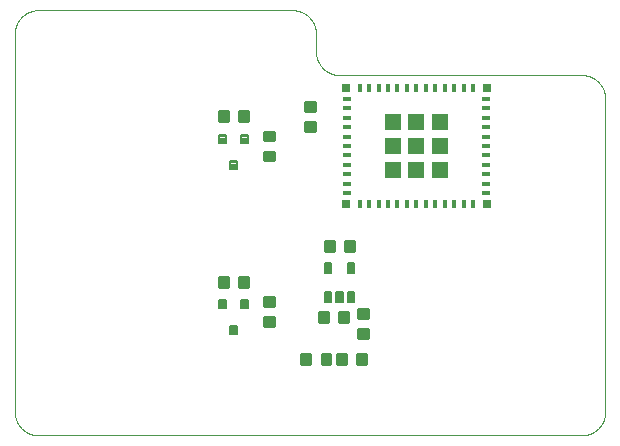
<source format=gtp>
G75*
%MOIN*%
%OFA0B0*%
%FSLAX25Y25*%
%IPPOS*%
%LPD*%
%AMOC8*
5,1,8,0,0,1.08239X$1,22.5*
%
%ADD10C,0.00000*%
%ADD11C,0.00984*%
%ADD12C,0.00787*%
%ADD13R,0.02756X0.02756*%
%ADD14R,0.01575X0.03150*%
%ADD15R,0.03150X0.01575*%
%ADD16R,0.05709X0.05709*%
%ADD17C,0.00689*%
D10*
X0072397Y0058146D02*
X0253499Y0058146D01*
X0253689Y0058148D01*
X0253879Y0058155D01*
X0254069Y0058167D01*
X0254259Y0058183D01*
X0254448Y0058203D01*
X0254637Y0058229D01*
X0254825Y0058258D01*
X0255012Y0058293D01*
X0255198Y0058332D01*
X0255383Y0058375D01*
X0255568Y0058423D01*
X0255751Y0058475D01*
X0255932Y0058531D01*
X0256112Y0058592D01*
X0256291Y0058658D01*
X0256468Y0058727D01*
X0256644Y0058801D01*
X0256817Y0058879D01*
X0256989Y0058962D01*
X0257158Y0059048D01*
X0257326Y0059138D01*
X0257491Y0059233D01*
X0257654Y0059331D01*
X0257814Y0059434D01*
X0257972Y0059540D01*
X0258127Y0059650D01*
X0258280Y0059763D01*
X0258430Y0059881D01*
X0258576Y0060002D01*
X0258720Y0060126D01*
X0258861Y0060254D01*
X0258999Y0060385D01*
X0259134Y0060520D01*
X0259265Y0060658D01*
X0259393Y0060799D01*
X0259517Y0060943D01*
X0259638Y0061089D01*
X0259756Y0061239D01*
X0259869Y0061392D01*
X0259979Y0061547D01*
X0260085Y0061705D01*
X0260188Y0061865D01*
X0260286Y0062028D01*
X0260381Y0062193D01*
X0260471Y0062361D01*
X0260557Y0062530D01*
X0260640Y0062702D01*
X0260718Y0062875D01*
X0260792Y0063051D01*
X0260861Y0063228D01*
X0260927Y0063407D01*
X0260988Y0063587D01*
X0261044Y0063768D01*
X0261096Y0063951D01*
X0261144Y0064136D01*
X0261187Y0064321D01*
X0261226Y0064507D01*
X0261261Y0064694D01*
X0261290Y0064882D01*
X0261316Y0065071D01*
X0261336Y0065260D01*
X0261352Y0065450D01*
X0261364Y0065640D01*
X0261371Y0065830D01*
X0261373Y0066020D01*
X0261373Y0170350D01*
X0261371Y0170540D01*
X0261364Y0170730D01*
X0261352Y0170920D01*
X0261336Y0171110D01*
X0261316Y0171299D01*
X0261290Y0171488D01*
X0261261Y0171676D01*
X0261226Y0171863D01*
X0261187Y0172049D01*
X0261144Y0172234D01*
X0261096Y0172419D01*
X0261044Y0172602D01*
X0260988Y0172783D01*
X0260927Y0172963D01*
X0260861Y0173142D01*
X0260792Y0173319D01*
X0260718Y0173495D01*
X0260640Y0173668D01*
X0260557Y0173840D01*
X0260471Y0174009D01*
X0260381Y0174177D01*
X0260286Y0174342D01*
X0260188Y0174505D01*
X0260085Y0174665D01*
X0259979Y0174823D01*
X0259869Y0174978D01*
X0259756Y0175131D01*
X0259638Y0175281D01*
X0259517Y0175427D01*
X0259393Y0175571D01*
X0259265Y0175712D01*
X0259134Y0175850D01*
X0258999Y0175985D01*
X0258861Y0176116D01*
X0258720Y0176244D01*
X0258576Y0176368D01*
X0258430Y0176489D01*
X0258280Y0176607D01*
X0258127Y0176720D01*
X0257972Y0176830D01*
X0257814Y0176936D01*
X0257654Y0177039D01*
X0257491Y0177137D01*
X0257326Y0177232D01*
X0257158Y0177322D01*
X0256989Y0177408D01*
X0256817Y0177491D01*
X0256644Y0177569D01*
X0256468Y0177643D01*
X0256291Y0177712D01*
X0256112Y0177778D01*
X0255932Y0177839D01*
X0255751Y0177895D01*
X0255568Y0177947D01*
X0255383Y0177995D01*
X0255198Y0178038D01*
X0255012Y0178077D01*
X0254825Y0178112D01*
X0254637Y0178141D01*
X0254448Y0178167D01*
X0254259Y0178187D01*
X0254069Y0178203D01*
X0253879Y0178215D01*
X0253689Y0178222D01*
X0253499Y0178224D01*
X0172791Y0178224D01*
X0172601Y0178226D01*
X0172411Y0178233D01*
X0172221Y0178245D01*
X0172031Y0178261D01*
X0171842Y0178281D01*
X0171653Y0178307D01*
X0171465Y0178336D01*
X0171278Y0178371D01*
X0171092Y0178410D01*
X0170907Y0178453D01*
X0170722Y0178501D01*
X0170539Y0178553D01*
X0170358Y0178609D01*
X0170178Y0178670D01*
X0169999Y0178736D01*
X0169822Y0178805D01*
X0169646Y0178879D01*
X0169473Y0178957D01*
X0169301Y0179040D01*
X0169132Y0179126D01*
X0168964Y0179216D01*
X0168799Y0179311D01*
X0168636Y0179409D01*
X0168476Y0179512D01*
X0168318Y0179618D01*
X0168163Y0179728D01*
X0168010Y0179841D01*
X0167860Y0179959D01*
X0167714Y0180080D01*
X0167570Y0180204D01*
X0167429Y0180332D01*
X0167291Y0180463D01*
X0167156Y0180598D01*
X0167025Y0180736D01*
X0166897Y0180877D01*
X0166773Y0181021D01*
X0166652Y0181167D01*
X0166534Y0181317D01*
X0166421Y0181470D01*
X0166311Y0181625D01*
X0166205Y0181783D01*
X0166102Y0181943D01*
X0166004Y0182106D01*
X0165909Y0182271D01*
X0165819Y0182439D01*
X0165733Y0182608D01*
X0165650Y0182780D01*
X0165572Y0182953D01*
X0165498Y0183129D01*
X0165429Y0183306D01*
X0165363Y0183485D01*
X0165302Y0183665D01*
X0165246Y0183846D01*
X0165194Y0184029D01*
X0165146Y0184214D01*
X0165103Y0184399D01*
X0165064Y0184585D01*
X0165029Y0184772D01*
X0165000Y0184960D01*
X0164974Y0185149D01*
X0164954Y0185338D01*
X0164938Y0185528D01*
X0164926Y0185718D01*
X0164919Y0185908D01*
X0164917Y0186098D01*
X0164917Y0192004D01*
X0164915Y0192194D01*
X0164908Y0192384D01*
X0164896Y0192574D01*
X0164880Y0192764D01*
X0164860Y0192953D01*
X0164834Y0193142D01*
X0164805Y0193330D01*
X0164770Y0193517D01*
X0164731Y0193703D01*
X0164688Y0193888D01*
X0164640Y0194073D01*
X0164588Y0194256D01*
X0164532Y0194437D01*
X0164471Y0194617D01*
X0164405Y0194796D01*
X0164336Y0194973D01*
X0164262Y0195149D01*
X0164184Y0195322D01*
X0164101Y0195494D01*
X0164015Y0195663D01*
X0163925Y0195831D01*
X0163830Y0195996D01*
X0163732Y0196159D01*
X0163629Y0196319D01*
X0163523Y0196477D01*
X0163413Y0196632D01*
X0163300Y0196785D01*
X0163182Y0196935D01*
X0163061Y0197081D01*
X0162937Y0197225D01*
X0162809Y0197366D01*
X0162678Y0197504D01*
X0162543Y0197639D01*
X0162405Y0197770D01*
X0162264Y0197898D01*
X0162120Y0198022D01*
X0161974Y0198143D01*
X0161824Y0198261D01*
X0161671Y0198374D01*
X0161516Y0198484D01*
X0161358Y0198590D01*
X0161198Y0198693D01*
X0161035Y0198791D01*
X0160870Y0198886D01*
X0160702Y0198976D01*
X0160533Y0199062D01*
X0160361Y0199145D01*
X0160188Y0199223D01*
X0160012Y0199297D01*
X0159835Y0199366D01*
X0159656Y0199432D01*
X0159476Y0199493D01*
X0159295Y0199549D01*
X0159112Y0199601D01*
X0158927Y0199649D01*
X0158742Y0199692D01*
X0158556Y0199731D01*
X0158369Y0199766D01*
X0158181Y0199795D01*
X0157992Y0199821D01*
X0157803Y0199841D01*
X0157613Y0199857D01*
X0157423Y0199869D01*
X0157233Y0199876D01*
X0157043Y0199878D01*
X0072397Y0199878D01*
X0072207Y0199876D01*
X0072017Y0199869D01*
X0071827Y0199857D01*
X0071637Y0199841D01*
X0071448Y0199821D01*
X0071259Y0199795D01*
X0071071Y0199766D01*
X0070884Y0199731D01*
X0070698Y0199692D01*
X0070513Y0199649D01*
X0070328Y0199601D01*
X0070145Y0199549D01*
X0069964Y0199493D01*
X0069784Y0199432D01*
X0069605Y0199366D01*
X0069428Y0199297D01*
X0069252Y0199223D01*
X0069079Y0199145D01*
X0068907Y0199062D01*
X0068738Y0198976D01*
X0068570Y0198886D01*
X0068405Y0198791D01*
X0068242Y0198693D01*
X0068082Y0198590D01*
X0067924Y0198484D01*
X0067769Y0198374D01*
X0067616Y0198261D01*
X0067466Y0198143D01*
X0067320Y0198022D01*
X0067176Y0197898D01*
X0067035Y0197770D01*
X0066897Y0197639D01*
X0066762Y0197504D01*
X0066631Y0197366D01*
X0066503Y0197225D01*
X0066379Y0197081D01*
X0066258Y0196935D01*
X0066140Y0196785D01*
X0066027Y0196632D01*
X0065917Y0196477D01*
X0065811Y0196319D01*
X0065708Y0196159D01*
X0065610Y0195996D01*
X0065515Y0195831D01*
X0065425Y0195663D01*
X0065339Y0195494D01*
X0065256Y0195322D01*
X0065178Y0195149D01*
X0065104Y0194973D01*
X0065035Y0194796D01*
X0064969Y0194617D01*
X0064908Y0194437D01*
X0064852Y0194256D01*
X0064800Y0194073D01*
X0064752Y0193888D01*
X0064709Y0193703D01*
X0064670Y0193517D01*
X0064635Y0193330D01*
X0064606Y0193142D01*
X0064580Y0192953D01*
X0064560Y0192764D01*
X0064544Y0192574D01*
X0064532Y0192384D01*
X0064525Y0192194D01*
X0064523Y0192004D01*
X0064523Y0066020D01*
X0064525Y0065830D01*
X0064532Y0065640D01*
X0064544Y0065450D01*
X0064560Y0065260D01*
X0064580Y0065071D01*
X0064606Y0064882D01*
X0064635Y0064694D01*
X0064670Y0064507D01*
X0064709Y0064321D01*
X0064752Y0064136D01*
X0064800Y0063951D01*
X0064852Y0063768D01*
X0064908Y0063587D01*
X0064969Y0063407D01*
X0065035Y0063228D01*
X0065104Y0063051D01*
X0065178Y0062875D01*
X0065256Y0062702D01*
X0065339Y0062530D01*
X0065425Y0062361D01*
X0065515Y0062193D01*
X0065610Y0062028D01*
X0065708Y0061865D01*
X0065811Y0061705D01*
X0065917Y0061547D01*
X0066027Y0061392D01*
X0066140Y0061239D01*
X0066258Y0061089D01*
X0066379Y0060943D01*
X0066503Y0060799D01*
X0066631Y0060658D01*
X0066762Y0060520D01*
X0066897Y0060385D01*
X0067035Y0060254D01*
X0067176Y0060126D01*
X0067320Y0060002D01*
X0067466Y0059881D01*
X0067616Y0059763D01*
X0067769Y0059650D01*
X0067924Y0059540D01*
X0068082Y0059434D01*
X0068242Y0059331D01*
X0068405Y0059233D01*
X0068570Y0059138D01*
X0068738Y0059048D01*
X0068907Y0058962D01*
X0069079Y0058879D01*
X0069252Y0058801D01*
X0069428Y0058727D01*
X0069605Y0058658D01*
X0069784Y0058592D01*
X0069964Y0058531D01*
X0070145Y0058475D01*
X0070328Y0058423D01*
X0070513Y0058375D01*
X0070698Y0058332D01*
X0070884Y0058293D01*
X0071071Y0058258D01*
X0071259Y0058229D01*
X0071448Y0058203D01*
X0071637Y0058183D01*
X0071827Y0058167D01*
X0072017Y0058155D01*
X0072207Y0058148D01*
X0072397Y0058146D01*
D11*
X0150842Y0094662D02*
X0150842Y0097614D01*
X0150842Y0094662D02*
X0147496Y0094662D01*
X0147496Y0097614D01*
X0150842Y0097614D01*
X0150842Y0095597D02*
X0147496Y0095597D01*
X0147496Y0096532D02*
X0150842Y0096532D01*
X0150842Y0097467D02*
X0147496Y0097467D01*
X0150842Y0101355D02*
X0150842Y0104307D01*
X0150842Y0101355D02*
X0147496Y0101355D01*
X0147496Y0104307D01*
X0150842Y0104307D01*
X0150842Y0102290D02*
X0147496Y0102290D01*
X0147496Y0103225D02*
X0150842Y0103225D01*
X0150842Y0104160D02*
X0147496Y0104160D01*
X0142180Y0111000D02*
X0139228Y0111000D01*
X0142180Y0111000D02*
X0142180Y0107654D01*
X0139228Y0107654D01*
X0139228Y0111000D01*
X0139228Y0108589D02*
X0142180Y0108589D01*
X0142180Y0109524D02*
X0139228Y0109524D01*
X0139228Y0110459D02*
X0142180Y0110459D01*
X0135487Y0111000D02*
X0132535Y0111000D01*
X0135487Y0111000D02*
X0135487Y0107654D01*
X0132535Y0107654D01*
X0132535Y0111000D01*
X0132535Y0108589D02*
X0135487Y0108589D01*
X0135487Y0109524D02*
X0132535Y0109524D01*
X0132535Y0110459D02*
X0135487Y0110459D01*
X0166000Y0099189D02*
X0168952Y0099189D01*
X0168952Y0095843D01*
X0166000Y0095843D01*
X0166000Y0099189D01*
X0166000Y0096778D02*
X0168952Y0096778D01*
X0168952Y0097713D02*
X0166000Y0097713D01*
X0166000Y0098648D02*
X0168952Y0098648D01*
X0172693Y0099189D02*
X0175645Y0099189D01*
X0175645Y0095843D01*
X0172693Y0095843D01*
X0172693Y0099189D01*
X0172693Y0096778D02*
X0175645Y0096778D01*
X0175645Y0097713D02*
X0172693Y0097713D01*
X0172693Y0098648D02*
X0175645Y0098648D01*
X0178992Y0097418D02*
X0178992Y0100370D01*
X0182338Y0100370D01*
X0182338Y0097418D01*
X0178992Y0097418D01*
X0178992Y0098353D02*
X0182338Y0098353D01*
X0182338Y0099288D02*
X0178992Y0099288D01*
X0178992Y0100223D02*
X0182338Y0100223D01*
X0178992Y0093677D02*
X0178992Y0090725D01*
X0178992Y0093677D02*
X0182338Y0093677D01*
X0182338Y0090725D01*
X0178992Y0090725D01*
X0178992Y0091660D02*
X0182338Y0091660D01*
X0182338Y0092595D02*
X0178992Y0092595D01*
X0178992Y0093530D02*
X0182338Y0093530D01*
X0181550Y0085409D02*
X0178598Y0085409D01*
X0181550Y0085409D02*
X0181550Y0082063D01*
X0178598Y0082063D01*
X0178598Y0085409D01*
X0178598Y0082998D02*
X0181550Y0082998D01*
X0181550Y0083933D02*
X0178598Y0083933D01*
X0178598Y0084868D02*
X0181550Y0084868D01*
X0174857Y0085409D02*
X0171905Y0085409D01*
X0174857Y0085409D02*
X0174857Y0082063D01*
X0171905Y0082063D01*
X0171905Y0085409D01*
X0171905Y0082998D02*
X0174857Y0082998D01*
X0174857Y0083933D02*
X0171905Y0083933D01*
X0171905Y0084868D02*
X0174857Y0084868D01*
X0169739Y0082063D02*
X0166787Y0082063D01*
X0166787Y0085409D01*
X0169739Y0085409D01*
X0169739Y0082063D01*
X0169739Y0082998D02*
X0166787Y0082998D01*
X0166787Y0083933D02*
X0169739Y0083933D01*
X0169739Y0084868D02*
X0166787Y0084868D01*
X0163046Y0082063D02*
X0160094Y0082063D01*
X0160094Y0085409D01*
X0163046Y0085409D01*
X0163046Y0082063D01*
X0163046Y0082998D02*
X0160094Y0082998D01*
X0160094Y0083933D02*
X0163046Y0083933D01*
X0163046Y0084868D02*
X0160094Y0084868D01*
X0167968Y0119465D02*
X0170920Y0119465D01*
X0167968Y0119465D02*
X0167968Y0122811D01*
X0170920Y0122811D01*
X0170920Y0119465D01*
X0170920Y0120400D02*
X0167968Y0120400D01*
X0167968Y0121335D02*
X0170920Y0121335D01*
X0170920Y0122270D02*
X0167968Y0122270D01*
X0174661Y0119465D02*
X0177613Y0119465D01*
X0174661Y0119465D02*
X0174661Y0122811D01*
X0177613Y0122811D01*
X0177613Y0119465D01*
X0177613Y0120400D02*
X0174661Y0120400D01*
X0174661Y0121335D02*
X0177613Y0121335D01*
X0177613Y0122270D02*
X0174661Y0122270D01*
X0150842Y0149780D02*
X0150842Y0152732D01*
X0150842Y0149780D02*
X0147496Y0149780D01*
X0147496Y0152732D01*
X0150842Y0152732D01*
X0150842Y0150715D02*
X0147496Y0150715D01*
X0147496Y0151650D02*
X0150842Y0151650D01*
X0150842Y0152585D02*
X0147496Y0152585D01*
X0150842Y0156473D02*
X0150842Y0159425D01*
X0150842Y0156473D02*
X0147496Y0156473D01*
X0147496Y0159425D01*
X0150842Y0159425D01*
X0150842Y0157408D02*
X0147496Y0157408D01*
X0147496Y0158343D02*
X0150842Y0158343D01*
X0150842Y0159278D02*
X0147496Y0159278D01*
X0142180Y0166118D02*
X0139228Y0166118D01*
X0142180Y0166118D02*
X0142180Y0162772D01*
X0139228Y0162772D01*
X0139228Y0166118D01*
X0139228Y0163707D02*
X0142180Y0163707D01*
X0142180Y0164642D02*
X0139228Y0164642D01*
X0139228Y0165577D02*
X0142180Y0165577D01*
X0135487Y0166118D02*
X0132535Y0166118D01*
X0135487Y0166118D02*
X0135487Y0162772D01*
X0132535Y0162772D01*
X0132535Y0166118D01*
X0132535Y0163707D02*
X0135487Y0163707D01*
X0135487Y0164642D02*
X0132535Y0164642D01*
X0132535Y0165577D02*
X0135487Y0165577D01*
X0161275Y0166315D02*
X0161275Y0169267D01*
X0164621Y0169267D01*
X0164621Y0166315D01*
X0161275Y0166315D01*
X0161275Y0167250D02*
X0164621Y0167250D01*
X0164621Y0168185D02*
X0161275Y0168185D01*
X0161275Y0169120D02*
X0164621Y0169120D01*
X0161275Y0162574D02*
X0161275Y0159622D01*
X0161275Y0162574D02*
X0164621Y0162574D01*
X0164621Y0159622D01*
X0161275Y0159622D01*
X0161275Y0160557D02*
X0164621Y0160557D01*
X0164621Y0161492D02*
X0161275Y0161492D01*
X0161275Y0162427D02*
X0164621Y0162427D01*
D12*
X0142280Y0158343D02*
X0139916Y0158343D01*
X0142280Y0158343D02*
X0142280Y0155587D01*
X0139916Y0155587D01*
X0139916Y0158343D01*
X0139916Y0156335D02*
X0142280Y0156335D01*
X0142280Y0157083D02*
X0139916Y0157083D01*
X0139916Y0157831D02*
X0142280Y0157831D01*
X0134799Y0158343D02*
X0132435Y0158343D01*
X0134799Y0158343D02*
X0134799Y0155587D01*
X0132435Y0155587D01*
X0132435Y0158343D01*
X0132435Y0156335D02*
X0134799Y0156335D01*
X0134799Y0157083D02*
X0132435Y0157083D01*
X0132435Y0157831D02*
X0134799Y0157831D01*
X0136176Y0149681D02*
X0138540Y0149681D01*
X0138540Y0146925D01*
X0136176Y0146925D01*
X0136176Y0149681D01*
X0136176Y0147673D02*
X0138540Y0147673D01*
X0138540Y0148421D02*
X0136176Y0148421D01*
X0136176Y0149169D02*
X0138540Y0149169D01*
X0139916Y0103224D02*
X0142280Y0103224D01*
X0142280Y0100468D01*
X0139916Y0100468D01*
X0139916Y0103224D01*
X0139916Y0101216D02*
X0142280Y0101216D01*
X0142280Y0101964D02*
X0139916Y0101964D01*
X0139916Y0102712D02*
X0142280Y0102712D01*
X0134799Y0103224D02*
X0132435Y0103224D01*
X0134799Y0103224D02*
X0134799Y0100468D01*
X0132435Y0100468D01*
X0132435Y0103224D01*
X0132435Y0101216D02*
X0134799Y0101216D01*
X0134799Y0101964D02*
X0132435Y0101964D01*
X0132435Y0102712D02*
X0134799Y0102712D01*
X0136176Y0094563D02*
X0138540Y0094563D01*
X0138540Y0091807D01*
X0136176Y0091807D01*
X0136176Y0094563D01*
X0136176Y0092555D02*
X0138540Y0092555D01*
X0138540Y0093303D02*
X0136176Y0093303D01*
X0136176Y0094051D02*
X0138540Y0094051D01*
D13*
X0174956Y0135114D03*
X0221806Y0135114D03*
X0221806Y0174091D03*
X0174956Y0174091D03*
D14*
X0179484Y0173894D03*
X0182633Y0173894D03*
X0185783Y0173894D03*
X0188932Y0173894D03*
X0192082Y0173894D03*
X0195232Y0173894D03*
X0198381Y0173894D03*
X0201531Y0173894D03*
X0204680Y0173894D03*
X0207830Y0173894D03*
X0210980Y0173894D03*
X0214129Y0173894D03*
X0217279Y0173894D03*
X0217279Y0135311D03*
X0214129Y0135311D03*
X0210980Y0135311D03*
X0207830Y0135311D03*
X0204680Y0135311D03*
X0201531Y0135311D03*
X0198381Y0135311D03*
X0195232Y0135311D03*
X0192082Y0135311D03*
X0188932Y0135311D03*
X0185783Y0135311D03*
X0182633Y0135311D03*
X0179484Y0135311D03*
D15*
X0175153Y0138854D03*
X0175153Y0142004D03*
X0175153Y0145154D03*
X0175153Y0148303D03*
X0175153Y0151453D03*
X0175153Y0154602D03*
X0175153Y0157752D03*
X0175153Y0160902D03*
X0175153Y0164051D03*
X0175153Y0167201D03*
X0175153Y0170350D03*
X0221610Y0170350D03*
X0221610Y0167201D03*
X0221610Y0164051D03*
X0221610Y0160902D03*
X0221610Y0157752D03*
X0221610Y0154602D03*
X0221610Y0151453D03*
X0221610Y0148303D03*
X0221610Y0145154D03*
X0221610Y0142004D03*
X0221610Y0138854D03*
D16*
X0206255Y0146728D03*
X0198381Y0146728D03*
X0190507Y0146728D03*
X0190507Y0154602D03*
X0198381Y0154602D03*
X0206255Y0154602D03*
X0206255Y0162476D03*
X0198381Y0162476D03*
X0190507Y0162476D03*
D17*
X0177565Y0112427D02*
X0175497Y0112427D01*
X0175497Y0115675D01*
X0177565Y0115675D01*
X0177565Y0112427D01*
X0177565Y0113082D02*
X0175497Y0113082D01*
X0175497Y0113737D02*
X0177565Y0113737D01*
X0177565Y0114392D02*
X0175497Y0114392D01*
X0175497Y0115047D02*
X0177565Y0115047D01*
X0170084Y0112427D02*
X0168016Y0112427D01*
X0168016Y0115675D01*
X0170084Y0115675D01*
X0170084Y0112427D01*
X0170084Y0113082D02*
X0168016Y0113082D01*
X0168016Y0113737D02*
X0170084Y0113737D01*
X0170084Y0114392D02*
X0168016Y0114392D01*
X0168016Y0115047D02*
X0170084Y0115047D01*
X0170084Y0102585D02*
X0168016Y0102585D01*
X0168016Y0105833D01*
X0170084Y0105833D01*
X0170084Y0102585D01*
X0170084Y0103240D02*
X0168016Y0103240D01*
X0168016Y0103895D02*
X0170084Y0103895D01*
X0170084Y0104550D02*
X0168016Y0104550D01*
X0168016Y0105205D02*
X0170084Y0105205D01*
X0171757Y0102585D02*
X0173825Y0102585D01*
X0171757Y0102585D02*
X0171757Y0105833D01*
X0173825Y0105833D01*
X0173825Y0102585D01*
X0173825Y0103240D02*
X0171757Y0103240D01*
X0171757Y0103895D02*
X0173825Y0103895D01*
X0173825Y0104550D02*
X0171757Y0104550D01*
X0171757Y0105205D02*
X0173825Y0105205D01*
X0175497Y0102585D02*
X0177565Y0102585D01*
X0175497Y0102585D02*
X0175497Y0105833D01*
X0177565Y0105833D01*
X0177565Y0102585D01*
X0177565Y0103240D02*
X0175497Y0103240D01*
X0175497Y0103895D02*
X0177565Y0103895D01*
X0177565Y0104550D02*
X0175497Y0104550D01*
X0175497Y0105205D02*
X0177565Y0105205D01*
M02*

</source>
